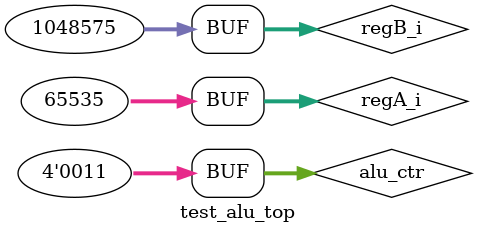
<source format=v>
`timescale 1ns / 1ps

module test_alu_top;

    reg [3:0]          alu_ctr;
    reg [31:0]         regA_i,regB_i;
    
    wire [31:0]        res_o;
    wire               zero;
    
    alu_top alu_top0(.regA_i(regA_i), .regB_i(regB_i), .alu_ctr(alu_ctr), .res_o(res_o), .zero(zero));
    
    initial begin
        
        alu_ctr = 4'b0000;  
        regA_i = 32'b0000_0000_0000_0000_0000_0000_1111_0000;
        regB_i = 32'b0000_0000_0000_0000_0000_0000_0000_0001;
 
        #100
        alu_ctr = 4'b1000;  
        regA_i = 32'b0000_0000_1111_1111_1111_1111_1111_1111; 
        regB_i = 32'b0000_0000_1111_1111_1111_1111_1111_1111; 
        
        #100
        alu_ctr = 4'b0110;  
        regA_i = 32'b0000_0000_1111_0000_1111_0000_1111_1111; 
        regB_i = 32'b0000_0000_0000_1111_0000_1111_1111_0000; 
        
        #100
        alu_ctr = 4'b1111;  
        regA_i = 32'b0000_0000_1111_1111_1111_1111_1111_1111; 
        regB_i = 32'b0000_0000_1111_1111_1111_1111_1111_1111; 
        
        #100
        alu_ctr = 4'b0010;  
        regA_i = 32'b0000_0000_1111_1111_1111_1111_1111_1111; 
        regB_i = 32'b1000_0000_0000_1111_1111_1111_1111_1111; 
        
        #100
        alu_ctr = 4'b0010;  
        regA_i = 32'b0000_0000_0000_1111_1111_1111_1111_1111; 
        regB_i = 32'b0000_0000_0001_1111_1111_1111_1111_1111; 
        
        #100
        alu_ctr = 4'b0011;  
        regA_i = 32'b0000_0000_1111_1111_1111_1111_1111_1111; 
        regB_i = 32'b0000_0000_0000_1111_1111_1111_1111_1111; 

        #100
        alu_ctr = 4'b0011;  
        regA_i = 32'b0000_0000_0000_0000_1111_1111_1111_1111; 
        regB_i = 32'b0000_0000_0000_1111_1111_1111_1111_1111; 
        
    end

endmodule

</source>
